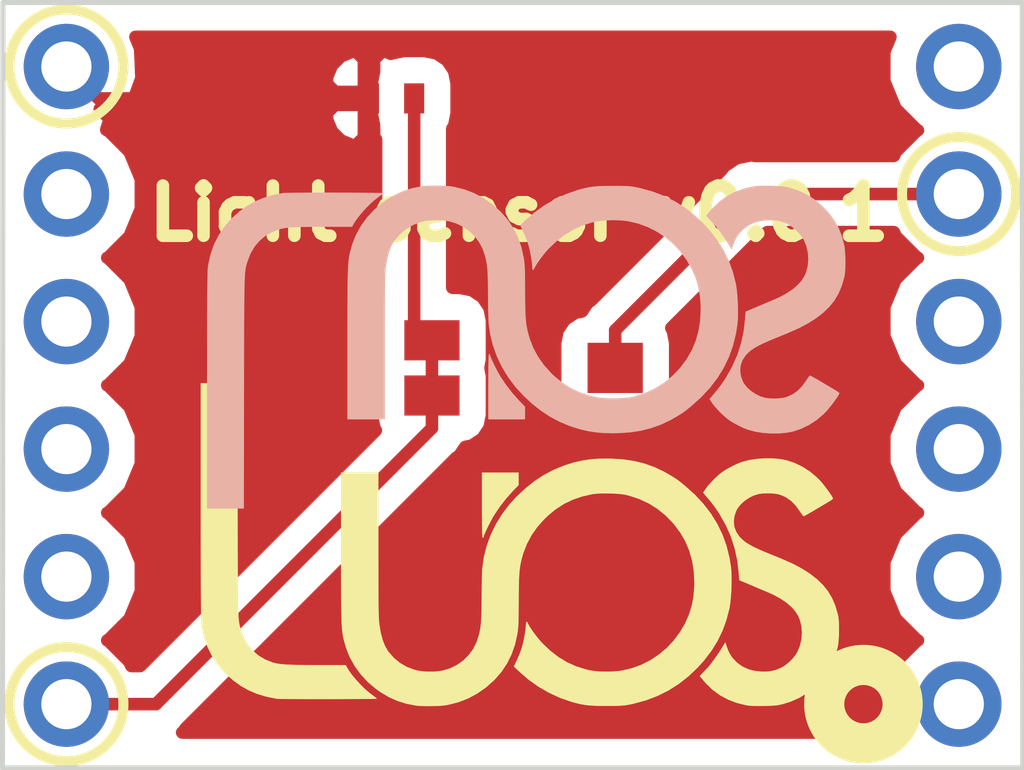
<source format=kicad_pcb>
(kicad_pcb (version 20171130) (host pcbnew "(5.0.1-3-g963ef8bb5)")

  (general
    (thickness 1.6)
    (drawings 5)
    (tracks 12)
    (zones 0)
    (modules 5)
    (nets 13)
  )

  (page A4)
  (layers
    (0 F.Cu signal)
    (31 B.Cu signal)
    (32 B.Adhes user)
    (33 F.Adhes user)
    (34 B.Paste user)
    (35 F.Paste user)
    (36 B.SilkS user)
    (37 F.SilkS user)
    (38 B.Mask user)
    (39 F.Mask user)
    (40 Dwgs.User user)
    (41 Cmts.User user)
    (42 Eco1.User user)
    (43 Eco2.User user)
    (44 Edge.Cuts user)
    (45 Margin user)
    (46 B.CrtYd user)
    (47 F.CrtYd user)
    (48 B.Fab user)
    (49 F.Fab user)
  )

  (setup
    (last_trace_width 0.25)
    (trace_clearance 0.2)
    (zone_clearance 0.508)
    (zone_45_only no)
    (trace_min 0.2)
    (segment_width 0.2)
    (edge_width 0.15)
    (via_size 0.8)
    (via_drill 0.4)
    (via_min_size 0.4)
    (via_min_drill 0.3)
    (uvia_size 0.3)
    (uvia_drill 0.1)
    (uvias_allowed no)
    (uvia_min_size 0.2)
    (uvia_min_drill 0.1)
    (pcb_text_width 0.3)
    (pcb_text_size 1.5 1.5)
    (mod_edge_width 0.15)
    (mod_text_size 1 1)
    (mod_text_width 0.15)
    (pad_size 1.524 1.524)
    (pad_drill 0.762)
    (pad_to_mask_clearance 0.2)
    (solder_mask_min_width 0.25)
    (aux_axis_origin 0 0)
    (grid_origin 127.242501 95.505001)
    (visible_elements 7FFFFF7F)
    (pcbplotparams
      (layerselection 0x010fc_ffffffff)
      (usegerberextensions false)
      (usegerberattributes false)
      (usegerberadvancedattributes false)
      (creategerberjobfile false)
      (excludeedgelayer true)
      (linewidth 0.100000)
      (plotframeref false)
      (viasonmask false)
      (mode 1)
      (useauxorigin false)
      (hpglpennumber 1)
      (hpglpenspeed 20)
      (hpglpendiameter 15.000000)
      (psnegative false)
      (psa4output false)
      (plotreference true)
      (plotvalue true)
      (plotinvisibletext false)
      (padsonsilk false)
      (subtractmaskfromsilk false)
      (outputformat 1)
      (mirror false)
      (drillshape 1)
      (scaleselection 1)
      (outputdirectory ""))
  )

  (net 0 "")
  (net 1 "Net-(J1-Pad10)")
  (net 2 "Net-(J1-Pad8)")
  (net 3 "Net-(J1-Pad12)")
  (net 4 "Net-(J1-Pad11)")
  (net 5 "Net-(J1-Pad9)")
  (net 6 "Net-(J1-Pad1)")
  (net 7 "Net-(J1-Pad6)")
  (net 8 "Net-(J1-Pad5)")
  (net 9 "Net-(J1-Pad2)")
  (net 10 "Net-(J1-Pad3)")
  (net 11 "Net-(J1-Pad4)")
  (net 12 GND)

  (net_class Default "Ceci est la Netclass par défaut."
    (clearance 0.2)
    (trace_width 0.25)
    (via_dia 0.8)
    (via_drill 0.4)
    (uvia_dia 0.3)
    (uvia_drill 0.1)
    (add_net GND)
    (add_net "Net-(J1-Pad1)")
    (add_net "Net-(J1-Pad10)")
    (add_net "Net-(J1-Pad11)")
    (add_net "Net-(J1-Pad12)")
    (add_net "Net-(J1-Pad2)")
    (add_net "Net-(J1-Pad3)")
    (add_net "Net-(J1-Pad4)")
    (add_net "Net-(J1-Pad5)")
    (add_net "Net-(J1-Pad6)")
    (add_net "Net-(J1-Pad8)")
    (add_net "Net-(J1-Pad9)")
  )

  (module Common_Footprint:R_0402_NoSilk (layer F.Cu) (tedit 5E8B6747) (tstamp 5BE9607B)
    (at 133.719501 83.440001 180)
    (descr "Resistor SMD 0402, reflow soldering, Vishay (see dcrcw.pdf)")
    (tags "resistor 0402")
    (path /5BE99AF7)
    (attr smd)
    (fp_text reference R1 (at 0 0 180) (layer F.Fab)
      (effects (font (size 0.25 0.25) (thickness 0.0625)))
    )
    (fp_text value 1K (at 0 1.25 180) (layer F.Fab) hide
      (effects (font (size 1 1) (thickness 0.15)))
    )
    (fp_line (start 0.8 0.45) (end -0.8 0.45) (layer F.CrtYd) (width 0.05))
    (fp_line (start 0.8 0.45) (end 0.8 -0.45) (layer F.CrtYd) (width 0.05))
    (fp_line (start -0.8 -0.45) (end -0.8 0.45) (layer F.CrtYd) (width 0.05))
    (fp_line (start -0.8 -0.45) (end 0.8 -0.45) (layer F.CrtYd) (width 0.05))
    (fp_line (start -0.5 -0.25) (end 0.5 -0.25) (layer F.Fab) (width 0.1))
    (fp_line (start 0.5 -0.25) (end 0.5 0.25) (layer F.Fab) (width 0.1))
    (fp_line (start 0.5 0.25) (end -0.5 0.25) (layer F.Fab) (width 0.1))
    (fp_line (start -0.5 0.25) (end -0.5 -0.25) (layer F.Fab) (width 0.1))
    (pad 2 smd rect (at 0.45 0 180) (size 0.4 0.6) (layers F.Cu F.Paste F.Mask)
      (net 12 GND))
    (pad 1 smd rect (at -0.45 0 180) (size 0.4 0.6) (layers F.Cu F.Paste F.Mask)
      (net 3 "Net-(J1-Pad12)"))
    (model "${KISYS3DMOD}/0402 SMD Resistor.step"
      (at (xyz 0 0 0))
      (scale (xyz 1 1 1))
      (rotate (xyz 0 0 90))
    )
  )

  (module Common_Footprint:TEMT6000 (layer F.Cu) (tedit 5BE95608) (tstamp 5BE9606D)
    (at 136.348501 88.808002)
    (path /5BE998F1)
    (fp_text reference Q1 (at 0.02 0.03) (layer F.Fab)
      (effects (font (size 0.7 0.7) (thickness 0.15)))
    )
    (fp_text value Q_Photo_NPN (at 0.292 1.743999) (layer F.Fab) hide
      (effects (font (size 1 1) (thickness 0.15)))
    )
    (fp_line (start -2 1) (end -2 -1) (layer F.Fab) (width 0.1))
    (fp_line (start 2 1) (end -2 1) (layer F.Fab) (width 0.1))
    (fp_line (start 2 -1) (end 2 1) (layer F.Fab) (width 0.1))
    (fp_line (start -2 -1) (end 2 -1) (layer F.Fab) (width 0.1))
    (fp_line (start -2 1) (end -2 -1) (layer F.CrtYd) (width 0.1))
    (fp_line (start 2 1) (end -2 1) (layer F.CrtYd) (width 0.1))
    (fp_line (start 2 -1) (end 2 1) (layer F.CrtYd) (width 0.1))
    (fp_line (start -2 -1) (end 2 -1) (layer F.CrtYd) (width 0.1))
    (pad 2 smd rect (at -1.825 0.55) (size 1.1 0.8) (layers F.Cu F.Paste F.Mask)
      (net 3 "Net-(J1-Pad12)"))
    (pad 2 smd rect (at -1.825 -0.55) (size 1.1 0.8) (layers F.Cu F.Paste F.Mask)
      (net 3 "Net-(J1-Pad12)"))
    (pad 1 smd rect (at 1.825 0) (size 1.1 1) (layers F.Cu F.Paste F.Mask)
      (net 8 "Net-(J1-Pad5)"))
    (model ${KISYS3DMOD}/temt6000.STEP
      (offset (xyz 0 0 0.15))
      (scale (xyz 1 1 1))
      (rotate (xyz -90 0 0))
    )
  )

  (module Common_Footprint:l0_Shield_Socket (layer F.Cu) (tedit 5C657850) (tstamp 5AB40542)
    (at 136.130001 89.155001)
    (path /5A859A26)
    (fp_text reference J1 (at 0.1295 -0.254) (layer F.SilkS) hide
      (effects (font (size 1 1) (thickness 0.15)))
    )
    (fp_text value l0_Socket (at 0 -0.5) (layer F.Fab) hide
      (effects (font (size 1 1) (thickness 0.15)))
    )
    (fp_line (start -10.15 -7.625) (end -10.16 7.62) (layer Edge.Cuts) (width 0.1))
    (fp_line (start -10.15 -7.625) (end 10.15 -7.625) (layer Edge.Cuts) (width 0.1))
    (fp_line (start -10.16 7.62) (end 10.16 7.62) (layer Edge.Cuts) (width 0.1))
    (fp_line (start 10.15 -7.625) (end 10.16 7.62) (layer Edge.Cuts) (width 0.1))
    (pad 5 thru_hole circle (at 8.8875 -3.81 270) (size 1.7 1.7) (drill 1) (layers *.Cu *.Mask)
      (net 8 "Net-(J1-Pad5)"))
    (pad 6 thru_hole circle (at 8.8875 -6.35 270) (size 1.7 1.7) (drill 1) (layers *.Cu *.Mask)
      (net 7 "Net-(J1-Pad6)"))
    (pad 2 thru_hole circle (at 8.8875 3.81 270) (size 1.7 1.7) (drill 1) (layers *.Cu *.Mask)
      (net 9 "Net-(J1-Pad2)"))
    (pad 4 thru_hole circle (at 8.8875 -1.27 270) (size 1.7 1.7) (drill 1) (layers *.Cu *.Mask)
      (net 11 "Net-(J1-Pad4)"))
    (pad 1 thru_hole circle (at 8.8875 6.35 270) (size 1.7 1.7) (drill 1) (layers *.Cu *.Mask)
      (net 6 "Net-(J1-Pad1)"))
    (pad 7 thru_hole circle (at -8.8875 -6.35 270) (size 1.7 1.7) (drill 1) (layers *.Cu *.Mask)
      (net 12 GND))
    (pad 11 thru_hole circle (at -8.8875 3.81 270) (size 1.7 1.7) (drill 1) (layers *.Cu *.Mask)
      (net 4 "Net-(J1-Pad11)"))
    (pad 9 thru_hole circle (at -8.8875 -1.27 270) (size 1.7 1.7) (drill 1) (layers *.Cu *.Mask)
      (net 5 "Net-(J1-Pad9)"))
    (pad 3 thru_hole circle (at 8.8875 1.27 270) (size 1.7 1.7) (drill 1) (layers *.Cu *.Mask)
      (net 10 "Net-(J1-Pad3)"))
    (pad 10 thru_hole circle (at -8.8875 1.27 270) (size 1.7 1.7) (drill 1) (layers *.Cu *.Mask)
      (net 1 "Net-(J1-Pad10)"))
    (pad 12 thru_hole circle (at -8.8875 6.35 270) (size 1.7 1.7) (drill 1) (layers *.Cu *.Mask)
      (net 3 "Net-(J1-Pad12)"))
    (pad 8 thru_hole circle (at -8.8875 -3.81 270) (size 1.7 1.7) (drill 1) (layers *.Cu *.Mask)
      (net 2 "Net-(J1-Pad8)"))
  )

  (module Common_Footprint:Luos_logo (layer F.Cu) (tedit 5B9B947A) (tstamp 5BE966BE)
    (at 136.640501 92.330001)
    (fp_text reference "" (at 0 0) (layer F.SilkS) hide
      (effects (font (size 1.524 1.524) (thickness 0.3)))
    )
    (fp_text value "" (at 0.75 0) (layer F.SilkS) hide
      (effects (font (size 1.524 1.524) (thickness 0.3)))
    )
    (fp_poly (pts (xy -0.3937 -1.190556) (xy -0.515682 -1.063469) (xy -0.646801 -0.916102) (xy -0.770563 -0.756235)
      (xy -0.87912 -0.59407) (xy -0.888375 -0.578885) (xy -0.921354 -0.521666) (xy -0.957124 -0.455255)
      (xy -0.993092 -0.384963) (xy -1.02666 -0.316101) (xy -1.055232 -0.253981) (xy -1.076213 -0.203913)
      (xy -1.086417 -0.173716) (xy -1.093033 -0.150862) (xy -1.098683 -0.139971) (xy -1.103436 -0.142406)
      (xy -1.107363 -0.159532) (xy -1.110533 -0.192712) (xy -1.113017 -0.24331) (xy -1.114885 -0.31269)
      (xy -1.116207 -0.402215) (xy -1.117053 -0.51325) (xy -1.117493 -0.647157) (xy -1.1176 -0.780301)
      (xy -1.1176 -1.4351) (xy -0.3937 -1.4351) (xy -0.3937 -1.190556)) (layer F.SilkS) (width 0.01))
    (fp_poly (pts (xy -5.991204 -0.904876) (xy -5.990731 -0.615337) (xy -5.9903 -0.350043) (xy -5.989877 -0.107834)
      (xy -5.989431 0.112445) (xy -5.988928 0.311951) (xy -5.988338 0.491841) (xy -5.987626 0.653272)
      (xy -5.986761 0.7974) (xy -5.985711 0.925383) (xy -5.984442 1.038377) (xy -5.982922 1.137538)
      (xy -5.98112 1.224025) (xy -5.979002 1.298992) (xy -5.976535 1.363598) (xy -5.973689 1.418998)
      (xy -5.97043 1.466351) (xy -5.966725 1.506811) (xy -5.962543 1.541537) (xy -5.95785 1.571685)
      (xy -5.952615 1.598412) (xy -5.946805 1.622874) (xy -5.940387 1.646229) (xy -5.93333 1.669632)
      (xy -5.9256 1.694242) (xy -5.917597 1.719815) (xy -5.859637 1.867488) (xy -5.782368 1.999008)
      (xy -5.686658 2.113504) (xy -5.573373 2.210104) (xy -5.44338 2.287936) (xy -5.297547 2.34613)
      (xy -5.293005 2.347542) (xy -5.249811 2.359463) (xy -5.202224 2.369539) (xy -5.147894 2.377909)
      (xy -5.084469 2.384711) (xy -5.0096 2.390081) (xy -4.920934 2.394159) (xy -4.816123 2.397082)
      (xy -4.692815 2.398988) (xy -4.548659 2.400014) (xy -4.393181 2.4003) (xy -3.836053 2.4003)
      (xy -3.81589 2.43929) (xy -3.772216 2.511725) (xy -3.712167 2.594145) (xy -3.640042 2.68178)
      (xy -3.560141 2.769859) (xy -3.476761 2.853612) (xy -3.394203 2.928267) (xy -3.3274 2.981364)
      (xy -3.284256 3.013269) (xy -3.248433 3.040174) (xy -3.225235 3.058079) (xy -3.220085 3.062352)
      (xy -3.23077 3.063788) (xy -3.264532 3.065114) (xy -3.319047 3.066327) (xy -3.391992 3.067424)
      (xy -3.481045 3.068401) (xy -3.583882 3.069257) (xy -3.69818 3.069988) (xy -3.821615 3.070591)
      (xy -3.951866 3.071063) (xy -4.086608 3.071402) (xy -4.223518 3.071604) (xy -4.360274 3.071666)
      (xy -4.494551 3.071586) (xy -4.624028 3.071361) (xy -4.746381 3.070988) (xy -4.859287 3.070463)
      (xy -4.960422 3.069784) (xy -5.047464 3.068949) (xy -5.118089 3.067953) (xy -5.169974 3.066794)
      (xy -5.200797 3.06547) (xy -5.207 3.064848) (xy -5.41071 3.023882) (xy -5.59588 2.96851)
      (xy -5.765992 2.89699) (xy -5.924524 2.80758) (xy -6.074956 2.698539) (xy -6.220767 2.568125)
      (xy -6.24269 2.546376) (xy -6.375093 2.395596) (xy -6.486748 2.230445) (xy -6.577229 2.051785)
      (xy -6.646111 1.860483) (xy -6.692969 1.657401) (xy -6.699093 1.61925) (xy -6.701461 1.600838)
      (xy -6.703629 1.577792) (xy -6.705606 1.549016) (xy -6.707402 1.513413) (xy -6.709023 1.469887)
      (xy -6.710479 1.41734) (xy -6.711777 1.354677) (xy -6.712928 1.280801) (xy -6.713938 1.194615)
      (xy -6.714817 1.095023) (xy -6.715572 0.980928) (xy -6.716213 0.851234) (xy -6.716747 0.704844)
      (xy -6.717184 0.540662) (xy -6.717532 0.35759) (xy -6.717799 0.154533) (xy -6.717993 -0.069606)
      (xy -6.718123 -0.315924) (xy -6.718198 -0.585517) (xy -6.718226 -0.860425) (xy -6.7183 -3.2131)
      (xy -6.356679 -3.213101) (xy -5.995058 -3.213101) (xy -5.991204 -0.904876)) (layer F.SilkS) (width 0.01))
    (fp_poly (pts (xy 4.671245 -1.716286) (xy 4.823697 -1.701936) (xy 4.955046 -1.675878) (xy 5.112537 -1.622409)
      (xy 5.266868 -1.546597) (xy 5.413163 -1.451438) (xy 5.546547 -1.339932) (xy 5.615056 -1.270067)
      (xy 5.653045 -1.226104) (xy 5.695097 -1.17391) (xy 5.738239 -1.117611) (xy 5.7795 -1.061334)
      (xy 5.815906 -1.009204) (xy 5.844485 -0.965348) (xy 5.862265 -0.93389) (xy 5.866726 -0.92075)
      (xy 5.856588 -0.908041) (xy 5.830301 -0.88788) (xy 5.800364 -0.868778) (xy 5.768377 -0.849826)
      (xy 5.719293 -0.820733) (xy 5.657863 -0.784315) (xy 5.588838 -0.74339) (xy 5.516969 -0.700773)
      (xy 5.516514 -0.700503) (xy 5.449397 -0.661045) (xy 5.389467 -0.626462) (xy 5.34023 -0.598725)
      (xy 5.305191 -0.579804) (xy 5.287857 -0.571669) (xy 5.286956 -0.5715) (xy 5.275309 -0.581556)
      (xy 5.254145 -0.608503) (xy 5.227112 -0.647511) (xy 5.212601 -0.669925) (xy 5.128756 -0.785387)
      (xy 5.037832 -0.877313) (xy 4.938221 -0.94697) (xy 4.828315 -0.995625) (xy 4.782056 -1.009248)
      (xy 4.720744 -1.020019) (xy 4.643528 -1.026383) (xy 4.559545 -1.028212) (xy 4.477928 -1.025377)
      (xy 4.407812 -1.017748) (xy 4.39165 -1.014769) (xy 4.294386 -0.984959) (xy 4.198458 -0.937921)
      (xy 4.109059 -0.877498) (xy 4.031379 -0.807536) (xy 3.970613 -0.731879) (xy 3.943231 -0.682759)
      (xy 3.904798 -0.572381) (xy 3.891098 -0.464412) (xy 3.901941 -0.360296) (xy 3.937136 -0.261481)
      (xy 3.996492 -0.169411) (xy 4.013614 -0.149261) (xy 4.0612 -0.101257) (xy 4.117082 -0.055759)
      (xy 4.184113 -0.011126) (xy 4.265145 0.034282) (xy 4.36303 0.082106) (xy 4.480622 0.133987)
      (xy 4.572 0.171893) (xy 4.641943 0.200358) (xy 4.723397 0.233525) (xy 4.804352 0.266504)
      (xy 4.8514 0.285678) (xy 5.058641 0.37737) (xy 5.242493 0.47413) (xy 5.40463 0.576927)
      (xy 5.546731 0.686731) (xy 5.5499 0.689451) (xy 5.669809 0.805263) (xy 5.769304 0.929722)
      (xy 5.850242 1.06604) (xy 5.914485 1.217429) (xy 5.96389 1.387102) (xy 5.970518 1.41605)
      (xy 5.978953 1.472427) (xy 5.984471 1.547731) (xy 5.987133 1.635662) (xy 5.986999 1.729922)
      (xy 5.984132 1.824212) (xy 5.978593 1.912233) (xy 5.970442 1.987686) (xy 5.964624 2.022791)
      (xy 5.919574 2.200074) (xy 5.856386 2.362985) (xy 5.773341 2.514572) (xy 5.668717 2.657879)
      (xy 5.540795 2.795955) (xy 5.513308 2.822232) (xy 5.366675 2.942665) (xy 5.205829 3.04208)
      (xy 5.030995 3.120354) (xy 4.87045 3.170456) (xy 4.821158 3.182294) (xy 4.775533 3.191103)
      (xy 4.728014 3.197433) (xy 4.673038 3.201834) (xy 4.605042 3.204855) (xy 4.518463 3.207047)
      (xy 4.4958 3.207483) (xy 4.374712 3.208484) (xy 4.276921 3.206505) (xy 4.200488 3.201477)
      (xy 4.1529 3.19512) (xy 3.961898 3.149359) (xy 3.784933 3.082602) (xy 3.622294 2.995015)
      (xy 3.474274 2.886765) (xy 3.341162 2.758018) (xy 3.295373 2.704761) (xy 3.222545 2.615744)
      (xy 3.290532 2.542947) (xy 3.323603 2.507737) (xy 3.349936 2.480074) (xy 3.364774 2.464945)
      (xy 3.366017 2.4638) (xy 3.387812 2.440998) (xy 3.420322 2.401568) (xy 3.460207 2.350036)
      (xy 3.504129 2.290933) (xy 3.548749 2.228786) (xy 3.590728 2.168123) (xy 3.626726 2.113474)
      (xy 3.639894 2.092362) (xy 3.725227 1.952354) (xy 3.75273 2.033452) (xy 3.781857 2.111479)
      (xy 3.812366 2.174302) (xy 3.849427 2.231833) (xy 3.871308 2.260793) (xy 3.960967 2.354901)
      (xy 4.06643 2.429646) (xy 4.186401 2.484449) (xy 4.319587 2.518728) (xy 4.46469 2.531905)
      (xy 4.47675 2.53203) (xy 4.577046 2.528831) (xy 4.662982 2.516761) (xy 4.744699 2.493642)
      (xy 4.83234 2.457297) (xy 4.8387 2.454323) (xy 4.916205 2.408484) (xy 4.995414 2.345336)
      (xy 5.069483 2.27149) (xy 5.131564 2.193554) (xy 5.164305 2.13995) (xy 5.215916 2.01593)
      (xy 5.246664 1.884104) (xy 5.25641 1.749164) (xy 5.245016 1.615804) (xy 5.212344 1.488718)
      (xy 5.185386 1.423471) (xy 5.128301 1.329959) (xy 5.048062 1.238544) (xy 4.946916 1.15103)
      (xy 4.827108 1.069219) (xy 4.690883 0.994913) (xy 4.600564 0.953991) (xy 4.548193 0.931922)
      (xy 4.478864 0.902663) (xy 4.399004 0.868928) (xy 4.315044 0.833434) (xy 4.2418 0.802446)
      (xy 4.00685 0.703005) (xy 3.997749 0.567599) (xy 3.968789 0.31509) (xy 3.916301 0.071787)
      (xy 3.839976 -0.163226) (xy 3.739505 -0.390869) (xy 3.614579 -0.612057) (xy 3.583482 -0.6604)
      (xy 3.541028 -0.722616) (xy 3.494462 -0.78711) (xy 3.4501 -0.845309) (xy 3.421112 -0.880793)
      (xy 3.383678 -0.924588) (xy 3.349153 -0.965248) (xy 3.323388 -0.995874) (xy 3.317731 -1.002693)
      (xy 3.289013 -1.037551) (xy 3.33985 -1.112501) (xy 3.38862 -1.176502) (xy 3.452109 -1.24829)
      (xy 3.524011 -1.321402) (xy 3.598018 -1.389377) (xy 3.6576 -1.438084) (xy 3.71524 -1.47724)
      (xy 3.789037 -1.520521) (xy 3.871104 -1.563852) (xy 3.953558 -1.603159) (xy 4.028514 -1.634369)
      (xy 4.056994 -1.644455) (xy 4.197005 -1.6813) (xy 4.350791 -1.70572) (xy 4.51124 -1.717465)
      (xy 4.671245 -1.716286)) (layer F.SilkS) (width 0.01))
    (fp_poly (pts (xy 1.459355 -1.710961) (xy 1.693227 -1.695943) (xy 1.91159 -1.663242) (xy 2.118146 -1.611787)
      (xy 2.3166 -1.540508) (xy 2.510655 -1.448334) (xy 2.654424 -1.365535) (xy 2.706714 -1.332845)
      (xy 2.749014 -1.305101) (xy 2.787654 -1.27769) (xy 2.828963 -1.245999) (xy 2.879273 -1.205418)
      (xy 2.918909 -1.172821) (xy 3.115553 -0.996369) (xy 3.288496 -0.811037) (xy 3.438005 -0.616352)
      (xy 3.564346 -0.411844) (xy 3.667788 -0.19704) (xy 3.748595 0.028532) (xy 3.807036 0.265343)
      (xy 3.836164 0.449105) (xy 3.844282 0.544875) (xy 3.84792 0.658059) (xy 3.847346 0.781856)
      (xy 3.842829 0.909462) (xy 3.834637 1.034076) (xy 3.823038 1.148893) (xy 3.8083 1.247113)
      (xy 3.803797 1.27) (xy 3.745137 1.497981) (xy 3.667018 1.712584) (xy 3.568212 1.916106)
      (xy 3.447492 2.110844) (xy 3.303632 2.299095) (xy 3.18103 2.43613) (xy 2.996877 2.612792)
      (xy 2.801743 2.766727) (xy 2.594892 2.898339) (xy 2.375587 3.008033) (xy 2.143091 3.096212)
      (xy 1.896667 3.163281) (xy 1.8288 3.177594) (xy 1.77976 3.186821) (xy 1.734336 3.193886)
      (xy 1.687988 3.19907) (xy 1.636179 3.202654) (xy 1.574371 3.204918) (xy 1.498024 3.206143)
      (xy 1.402602 3.206608) (xy 1.3589 3.206645) (xy 1.232376 3.205922) (xy 1.126097 3.20332)
      (xy 1.034937 3.198233) (xy 0.953775 3.190059) (xy 0.877485 3.178194) (xy 0.800943 3.162034)
      (xy 0.719027 3.140976) (xy 0.6604 3.124354) (xy 0.432995 3.045385) (xy 0.211401 2.943189)
      (xy -0.000798 2.81984) (xy -0.200021 2.677414) (xy -0.376718 2.523727) (xy -0.480385 2.424326)
      (xy -0.418808 2.294838) (xy -0.38779 2.224612) (xy -0.356347 2.145106) (xy -0.329412 2.069105)
      (xy -0.319462 2.037379) (xy -0.299725 1.962645) (xy -0.281014 1.877636) (xy -0.264578 1.789552)
      (xy -0.251667 1.705595) (xy -0.243531 1.632966) (xy -0.2413 1.587115) (xy -0.238463 1.550531)
      (xy -0.230242 1.538528) (xy -0.217072 1.55128) (xy -0.206065 1.572926) (xy -0.178105 1.625781)
      (xy -0.136427 1.691378) (xy -0.085027 1.764252) (xy -0.027901 1.838943) (xy 0.030955 1.909986)
      (xy 0.080187 1.964292) (xy 0.23843 2.115007) (xy 0.402531 2.241637) (xy 0.574179 2.345153)
      (xy 0.755066 2.426525) (xy 0.946883 2.486725) (xy 1.019382 2.503494) (xy 1.119425 2.519198)
      (xy 1.235972 2.528706) (xy 1.360873 2.531936) (xy 1.485978 2.528805) (xy 1.603137 2.51923)
      (xy 1.667724 2.510103) (xy 1.865892 2.463702) (xy 2.056143 2.39401) (xy 2.236687 2.302387)
      (xy 2.405736 2.190193) (xy 2.561498 2.058786) (xy 2.702183 1.909527) (xy 2.826002 1.743775)
      (xy 2.931164 1.56289) (xy 2.941063 1.54305) (xy 3.011761 1.378189) (xy 3.063128 1.209059)
      (xy 3.096142 1.031168) (xy 3.111776 0.840021) (xy 3.113402 0.7493) (xy 3.102328 0.528183)
      (xy 3.06888 0.318929) (xy 3.012884 0.121056) (xy 2.934165 -0.065916) (xy 2.832551 -0.242466)
      (xy 2.707865 -0.409076) (xy 2.682868 -0.43815) (xy 2.533048 -0.590665) (xy 2.37041 -0.721263)
      (xy 2.194765 -0.830058) (xy 2.005925 -0.917162) (xy 1.8037 -0.982686) (xy 1.7399 -0.998265)
      (xy 1.676007 -1.008925) (xy 1.59327 -1.017113) (xy 1.498134 -1.022704) (xy 1.397045 -1.025577)
      (xy 1.296449 -1.025609) (xy 1.202793 -1.022676) (xy 1.122522 -1.016656) (xy 1.0795 -1.010845)
      (xy 0.874847 -0.965058) (xy 0.686026 -0.900411) (xy 0.510507 -0.815596) (xy 0.345762 -0.709308)
      (xy 0.189266 -0.58024) (xy 0.122819 -0.516349) (xy -0.017876 -0.359072) (xy -0.135068 -0.192933)
      (xy -0.229516 -0.016593) (xy -0.301977 0.17129) (xy -0.336714 0.296328) (xy -0.349574 0.35302)
      (xy -0.360283 0.408156) (xy -0.369044 0.464765) (xy -0.376055 0.525877) (xy -0.381517 0.594522)
      (xy -0.385632 0.673729) (xy -0.3886 0.766529) (xy -0.390621 0.875951) (xy -0.391897 1.005025)
      (xy -0.392571 1.139879) (xy -0.393157 1.268919) (xy -0.394027 1.37583) (xy -0.395324 1.463879)
      (xy -0.397188 1.536338) (xy -0.399761 1.596474) (xy -0.403185 1.647559) (xy -0.4076 1.692861)
      (xy -0.413148 1.735651) (xy -0.419971 1.779196) (xy -0.420311 1.781229) (xy -0.466673 1.988444)
      (xy -0.534016 2.181417) (xy -0.62248 2.360426) (xy -0.732206 2.52575) (xy -0.863335 2.677666)
      (xy -0.883334 2.697806) (xy -1.045524 2.84174) (xy -1.217976 2.962446) (xy -1.400777 3.059969)
      (xy -1.594014 3.134354) (xy -1.797775 3.185645) (xy -1.847472 3.194397) (xy -1.910536 3.201766)
      (xy -1.991856 3.207092) (xy -2.084461 3.210318) (xy -2.18138 3.211385) (xy -2.275643 3.210238)
      (xy -2.36028 3.206818) (xy -2.42832 3.201069) (xy -2.441749 3.199286) (xy -2.63265 3.161496)
      (xy -2.810621 3.105104) (xy -2.980084 3.028243) (xy -3.145458 2.929046) (xy -3.237736 2.863189)
      (xy -3.395924 2.728585) (xy -3.535094 2.577978) (xy -3.654219 2.412973) (xy -3.752276 2.235176)
      (xy -3.82824 2.046191) (xy -3.878649 1.859472) (xy -3.885384 1.825455) (xy -3.891429 1.790185)
      (xy -3.89682 1.752183) (xy -3.901595 1.709972) (xy -3.90579 1.662074) (xy -3.909441 1.607009)
      (xy -3.912586 1.543302) (xy -3.915262 1.469472) (xy -3.917504 1.384043) (xy -3.919349 1.285536)
      (xy -3.920835 1.172473) (xy -3.921998 1.043376) (xy -3.922874 0.896767) (xy -3.923501 0.731168)
      (xy -3.923914 0.5451) (xy -3.924152 0.337087) (xy -3.924249 0.105649) (xy -3.924257 0.022225)
      (xy -3.9243 -1.4351) (xy -3.1877 -1.4351) (xy -3.1877 -0.001166) (xy -3.187663 0.22546)
      (xy -3.187539 0.428192) (xy -3.187308 0.608534) (xy -3.186952 0.767993) (xy -3.18645 0.908073)
      (xy -3.185785 1.03028) (xy -3.184936 1.136119) (xy -3.183885 1.227096) (xy -3.182612 1.304716)
      (xy -3.181098 1.370484) (xy -3.179324 1.425905) (xy -3.177271 1.472486) (xy -3.174919 1.511731)
      (xy -3.17225 1.545146) (xy -3.169243 1.574236) (xy -3.167402 1.589221) (xy -3.13994 1.753134)
      (xy -3.102783 1.89476) (xy -3.055465 2.015477) (xy -2.99752 2.116663) (xy -2.98065 2.13995)
      (xy -2.87434 2.259887) (xy -2.753964 2.358678) (xy -2.619678 2.436225) (xy -2.471635 2.492426)
      (xy -2.40665 2.509355) (xy -2.314473 2.524241) (xy -2.207643 2.531605) (xy -2.095769 2.531447)
      (xy -1.988456 2.523767) (xy -1.89865 2.50932) (xy -1.751192 2.463929) (xy -1.615432 2.396989)
      (xy -1.493303 2.310374) (xy -1.386734 2.205955) (xy -1.297654 2.085604) (xy -1.227996 1.951195)
      (xy -1.182092 1.814264) (xy -1.168102 1.756605) (xy -1.156582 1.701925) (xy -1.147276 1.646893)
      (xy -1.139925 1.588178) (xy -1.134273 1.522448) (xy -1.130063 1.446371) (xy -1.127038 1.356618)
      (xy -1.124941 1.249856) (xy -1.123515 1.122753) (xy -1.122955 1.04775) (xy -1.122004 0.936002)
      (xy -1.120685 0.828074) (xy -1.119071 0.727627) (xy -1.117237 0.638322) (xy -1.115257 0.563817)
      (xy -1.113205 0.507774) (xy -1.111367 0.47625) (xy -1.079852 0.249897) (xy -1.023919 0.026659)
      (xy -0.944525 -0.19146) (xy -0.842628 -0.402458) (xy -0.719186 -0.604329) (xy -0.575155 -0.795071)
      (xy -0.425837 -0.958449) (xy -0.249782 -1.12267) (xy -0.072568 -1.26358) (xy 0.10894 -1.383191)
      (xy 0.29788 -1.483515) (xy 0.497388 -1.566562) (xy 0.55245 -1.585937) (xy 0.710683 -1.634545)
      (xy 0.864455 -1.670642) (xy 1.020059 -1.695096) (xy 1.183794 -1.708774) (xy 1.361953 -1.712545)
      (xy 1.459355 -1.710961)) (layer F.SilkS) (width 0.01))
  )

  (module Common_Footprint:Luos_logo (layer B.Cu) (tedit 5B9B947A) (tstamp 5BE966CD)
    (at 136.767501 88.393001)
    (fp_text reference "" (at 0 0) (layer B.SilkS) hide
      (effects (font (size 1.524 1.524) (thickness 0.3)) (justify mirror))
    )
    (fp_text value "" (at 0.75 0) (layer B.SilkS) hide
      (effects (font (size 1.524 1.524) (thickness 0.3)) (justify mirror))
    )
    (fp_poly (pts (xy -0.3937 1.190556) (xy -0.515682 1.063469) (xy -0.646801 0.916102) (xy -0.770563 0.756235)
      (xy -0.87912 0.59407) (xy -0.888375 0.578885) (xy -0.921354 0.521666) (xy -0.957124 0.455255)
      (xy -0.993092 0.384963) (xy -1.02666 0.316101) (xy -1.055232 0.253981) (xy -1.076213 0.203913)
      (xy -1.086417 0.173716) (xy -1.093033 0.150862) (xy -1.098683 0.139971) (xy -1.103436 0.142406)
      (xy -1.107363 0.159532) (xy -1.110533 0.192712) (xy -1.113017 0.24331) (xy -1.114885 0.31269)
      (xy -1.116207 0.402215) (xy -1.117053 0.51325) (xy -1.117493 0.647157) (xy -1.1176 0.780301)
      (xy -1.1176 1.4351) (xy -0.3937 1.4351) (xy -0.3937 1.190556)) (layer B.SilkS) (width 0.01))
    (fp_poly (pts (xy -5.991204 0.904876) (xy -5.990731 0.615337) (xy -5.9903 0.350043) (xy -5.989877 0.107834)
      (xy -5.989431 -0.112445) (xy -5.988928 -0.311951) (xy -5.988338 -0.491841) (xy -5.987626 -0.653272)
      (xy -5.986761 -0.7974) (xy -5.985711 -0.925383) (xy -5.984442 -1.038377) (xy -5.982922 -1.137538)
      (xy -5.98112 -1.224025) (xy -5.979002 -1.298992) (xy -5.976535 -1.363598) (xy -5.973689 -1.418998)
      (xy -5.97043 -1.466351) (xy -5.966725 -1.506811) (xy -5.962543 -1.541537) (xy -5.95785 -1.571685)
      (xy -5.952615 -1.598412) (xy -5.946805 -1.622874) (xy -5.940387 -1.646229) (xy -5.93333 -1.669632)
      (xy -5.9256 -1.694242) (xy -5.917597 -1.719815) (xy -5.859637 -1.867488) (xy -5.782368 -1.999008)
      (xy -5.686658 -2.113504) (xy -5.573373 -2.210104) (xy -5.44338 -2.287936) (xy -5.297547 -2.34613)
      (xy -5.293005 -2.347542) (xy -5.249811 -2.359463) (xy -5.202224 -2.369539) (xy -5.147894 -2.377909)
      (xy -5.084469 -2.384711) (xy -5.0096 -2.390081) (xy -4.920934 -2.394159) (xy -4.816123 -2.397082)
      (xy -4.692815 -2.398988) (xy -4.548659 -2.400014) (xy -4.393181 -2.4003) (xy -3.836053 -2.4003)
      (xy -3.81589 -2.43929) (xy -3.772216 -2.511725) (xy -3.712167 -2.594145) (xy -3.640042 -2.68178)
      (xy -3.560141 -2.769859) (xy -3.476761 -2.853612) (xy -3.394203 -2.928267) (xy -3.3274 -2.981364)
      (xy -3.284256 -3.013269) (xy -3.248433 -3.040174) (xy -3.225235 -3.058079) (xy -3.220085 -3.062352)
      (xy -3.23077 -3.063788) (xy -3.264532 -3.065114) (xy -3.319047 -3.066327) (xy -3.391992 -3.067424)
      (xy -3.481045 -3.068401) (xy -3.583882 -3.069257) (xy -3.69818 -3.069988) (xy -3.821615 -3.070591)
      (xy -3.951866 -3.071063) (xy -4.086608 -3.071402) (xy -4.223518 -3.071604) (xy -4.360274 -3.071666)
      (xy -4.494551 -3.071586) (xy -4.624028 -3.071361) (xy -4.746381 -3.070988) (xy -4.859287 -3.070463)
      (xy -4.960422 -3.069784) (xy -5.047464 -3.068949) (xy -5.118089 -3.067953) (xy -5.169974 -3.066794)
      (xy -5.200797 -3.06547) (xy -5.207 -3.064848) (xy -5.41071 -3.023882) (xy -5.59588 -2.96851)
      (xy -5.765992 -2.89699) (xy -5.924524 -2.80758) (xy -6.074956 -2.698539) (xy -6.220767 -2.568125)
      (xy -6.24269 -2.546376) (xy -6.375093 -2.395596) (xy -6.486748 -2.230445) (xy -6.577229 -2.051785)
      (xy -6.646111 -1.860483) (xy -6.692969 -1.657401) (xy -6.699093 -1.61925) (xy -6.701461 -1.600838)
      (xy -6.703629 -1.577792) (xy -6.705606 -1.549016) (xy -6.707402 -1.513413) (xy -6.709023 -1.469887)
      (xy -6.710479 -1.41734) (xy -6.711777 -1.354677) (xy -6.712928 -1.280801) (xy -6.713938 -1.194615)
      (xy -6.714817 -1.095023) (xy -6.715572 -0.980928) (xy -6.716213 -0.851234) (xy -6.716747 -0.704844)
      (xy -6.717184 -0.540662) (xy -6.717532 -0.35759) (xy -6.717799 -0.154533) (xy -6.717993 0.069606)
      (xy -6.718123 0.315924) (xy -6.718198 0.585517) (xy -6.718226 0.860425) (xy -6.7183 3.2131)
      (xy -6.356679 3.213101) (xy -5.995058 3.213101) (xy -5.991204 0.904876)) (layer B.SilkS) (width 0.01))
    (fp_poly (pts (xy 4.671245 1.716286) (xy 4.823697 1.701936) (xy 4.955046 1.675878) (xy 5.112537 1.622409)
      (xy 5.266868 1.546597) (xy 5.413163 1.451438) (xy 5.546547 1.339932) (xy 5.615056 1.270067)
      (xy 5.653045 1.226104) (xy 5.695097 1.17391) (xy 5.738239 1.117611) (xy 5.7795 1.061334)
      (xy 5.815906 1.009204) (xy 5.844485 0.965348) (xy 5.862265 0.93389) (xy 5.866726 0.92075)
      (xy 5.856588 0.908041) (xy 5.830301 0.88788) (xy 5.800364 0.868778) (xy 5.768377 0.849826)
      (xy 5.719293 0.820733) (xy 5.657863 0.784315) (xy 5.588838 0.74339) (xy 5.516969 0.700773)
      (xy 5.516514 0.700503) (xy 5.449397 0.661045) (xy 5.389467 0.626462) (xy 5.34023 0.598725)
      (xy 5.305191 0.579804) (xy 5.287857 0.571669) (xy 5.286956 0.5715) (xy 5.275309 0.581556)
      (xy 5.254145 0.608503) (xy 5.227112 0.647511) (xy 5.212601 0.669925) (xy 5.128756 0.785387)
      (xy 5.037832 0.877313) (xy 4.938221 0.94697) (xy 4.828315 0.995625) (xy 4.782056 1.009248)
      (xy 4.720744 1.020019) (xy 4.643528 1.026383) (xy 4.559545 1.028212) (xy 4.477928 1.025377)
      (xy 4.407812 1.017748) (xy 4.39165 1.014769) (xy 4.294386 0.984959) (xy 4.198458 0.937921)
      (xy 4.109059 0.877498) (xy 4.031379 0.807536) (xy 3.970613 0.731879) (xy 3.943231 0.682759)
      (xy 3.904798 0.572381) (xy 3.891098 0.464412) (xy 3.901941 0.360296) (xy 3.937136 0.261481)
      (xy 3.996492 0.169411) (xy 4.013614 0.149261) (xy 4.0612 0.101257) (xy 4.117082 0.055759)
      (xy 4.184113 0.011126) (xy 4.265145 -0.034282) (xy 4.36303 -0.082106) (xy 4.480622 -0.133987)
      (xy 4.572 -0.171893) (xy 4.641943 -0.200358) (xy 4.723397 -0.233525) (xy 4.804352 -0.266504)
      (xy 4.8514 -0.285678) (xy 5.058641 -0.37737) (xy 5.242493 -0.47413) (xy 5.40463 -0.576927)
      (xy 5.546731 -0.686731) (xy 5.5499 -0.689451) (xy 5.669809 -0.805263) (xy 5.769304 -0.929722)
      (xy 5.850242 -1.06604) (xy 5.914485 -1.217429) (xy 5.96389 -1.387102) (xy 5.970518 -1.41605)
      (xy 5.978953 -1.472427) (xy 5.984471 -1.547731) (xy 5.987133 -1.635662) (xy 5.986999 -1.729922)
      (xy 5.984132 -1.824212) (xy 5.978593 -1.912233) (xy 5.970442 -1.987686) (xy 5.964624 -2.022791)
      (xy 5.919574 -2.200074) (xy 5.856386 -2.362985) (xy 5.773341 -2.514572) (xy 5.668717 -2.657879)
      (xy 5.540795 -2.795955) (xy 5.513308 -2.822232) (xy 5.366675 -2.942665) (xy 5.205829 -3.04208)
      (xy 5.030995 -3.120354) (xy 4.87045 -3.170456) (xy 4.821158 -3.182294) (xy 4.775533 -3.191103)
      (xy 4.728014 -3.197433) (xy 4.673038 -3.201834) (xy 4.605042 -3.204855) (xy 4.518463 -3.207047)
      (xy 4.4958 -3.207483) (xy 4.374712 -3.208484) (xy 4.276921 -3.206505) (xy 4.200488 -3.201477)
      (xy 4.1529 -3.19512) (xy 3.961898 -3.149359) (xy 3.784933 -3.082602) (xy 3.622294 -2.995015)
      (xy 3.474274 -2.886765) (xy 3.341162 -2.758018) (xy 3.295373 -2.704761) (xy 3.222545 -2.615744)
      (xy 3.290532 -2.542947) (xy 3.323603 -2.507737) (xy 3.349936 -2.480074) (xy 3.364774 -2.464945)
      (xy 3.366017 -2.4638) (xy 3.387812 -2.440998) (xy 3.420322 -2.401568) (xy 3.460207 -2.350036)
      (xy 3.504129 -2.290933) (xy 3.548749 -2.228786) (xy 3.590728 -2.168123) (xy 3.626726 -2.113474)
      (xy 3.639894 -2.092362) (xy 3.725227 -1.952354) (xy 3.75273 -2.033452) (xy 3.781857 -2.111479)
      (xy 3.812366 -2.174302) (xy 3.849427 -2.231833) (xy 3.871308 -2.260793) (xy 3.960967 -2.354901)
      (xy 4.06643 -2.429646) (xy 4.186401 -2.484449) (xy 4.319587 -2.518728) (xy 4.46469 -2.531905)
      (xy 4.47675 -2.53203) (xy 4.577046 -2.528831) (xy 4.662982 -2.516761) (xy 4.744699 -2.493642)
      (xy 4.83234 -2.457297) (xy 4.8387 -2.454323) (xy 4.916205 -2.408484) (xy 4.995414 -2.345336)
      (xy 5.069483 -2.27149) (xy 5.131564 -2.193554) (xy 5.164305 -2.13995) (xy 5.215916 -2.01593)
      (xy 5.246664 -1.884104) (xy 5.25641 -1.749164) (xy 5.245016 -1.615804) (xy 5.212344 -1.488718)
      (xy 5.185386 -1.423471) (xy 5.128301 -1.329959) (xy 5.048062 -1.238544) (xy 4.946916 -1.15103)
      (xy 4.827108 -1.069219) (xy 4.690883 -0.994913) (xy 4.600564 -0.953991) (xy 4.548193 -0.931922)
      (xy 4.478864 -0.902663) (xy 4.399004 -0.868928) (xy 4.315044 -0.833434) (xy 4.2418 -0.802446)
      (xy 4.00685 -0.703005) (xy 3.997749 -0.567599) (xy 3.968789 -0.31509) (xy 3.916301 -0.071787)
      (xy 3.839976 0.163226) (xy 3.739505 0.390869) (xy 3.614579 0.612057) (xy 3.583482 0.6604)
      (xy 3.541028 0.722616) (xy 3.494462 0.78711) (xy 3.4501 0.845309) (xy 3.421112 0.880793)
      (xy 3.383678 0.924588) (xy 3.349153 0.965248) (xy 3.323388 0.995874) (xy 3.317731 1.002693)
      (xy 3.289013 1.037551) (xy 3.33985 1.112501) (xy 3.38862 1.176502) (xy 3.452109 1.24829)
      (xy 3.524011 1.321402) (xy 3.598018 1.389377) (xy 3.6576 1.438084) (xy 3.71524 1.47724)
      (xy 3.789037 1.520521) (xy 3.871104 1.563852) (xy 3.953558 1.603159) (xy 4.028514 1.634369)
      (xy 4.056994 1.644455) (xy 4.197005 1.6813) (xy 4.350791 1.70572) (xy 4.51124 1.717465)
      (xy 4.671245 1.716286)) (layer B.SilkS) (width 0.01))
    (fp_poly (pts (xy 1.459355 1.710961) (xy 1.693227 1.695943) (xy 1.91159 1.663242) (xy 2.118146 1.611787)
      (xy 2.3166 1.540508) (xy 2.510655 1.448334) (xy 2.654424 1.365535) (xy 2.706714 1.332845)
      (xy 2.749014 1.305101) (xy 2.787654 1.27769) (xy 2.828963 1.245999) (xy 2.879273 1.205418)
      (xy 2.918909 1.172821) (xy 3.115553 0.996369) (xy 3.288496 0.811037) (xy 3.438005 0.616352)
      (xy 3.564346 0.411844) (xy 3.667788 0.19704) (xy 3.748595 -0.028532) (xy 3.807036 -0.265343)
      (xy 3.836164 -0.449105) (xy 3.844282 -0.544875) (xy 3.84792 -0.658059) (xy 3.847346 -0.781856)
      (xy 3.842829 -0.909462) (xy 3.834637 -1.034076) (xy 3.823038 -1.148893) (xy 3.8083 -1.247113)
      (xy 3.803797 -1.27) (xy 3.745137 -1.497981) (xy 3.667018 -1.712584) (xy 3.568212 -1.916106)
      (xy 3.447492 -2.110844) (xy 3.303632 -2.299095) (xy 3.18103 -2.43613) (xy 2.996877 -2.612792)
      (xy 2.801743 -2.766727) (xy 2.594892 -2.898339) (xy 2.375587 -3.008033) (xy 2.143091 -3.096212)
      (xy 1.896667 -3.163281) (xy 1.8288 -3.177594) (xy 1.77976 -3.186821) (xy 1.734336 -3.193886)
      (xy 1.687988 -3.19907) (xy 1.636179 -3.202654) (xy 1.574371 -3.204918) (xy 1.498024 -3.206143)
      (xy 1.402602 -3.206608) (xy 1.3589 -3.206645) (xy 1.232376 -3.205922) (xy 1.126097 -3.20332)
      (xy 1.034937 -3.198233) (xy 0.953775 -3.190059) (xy 0.877485 -3.178194) (xy 0.800943 -3.162034)
      (xy 0.719027 -3.140976) (xy 0.6604 -3.124354) (xy 0.432995 -3.045385) (xy 0.211401 -2.943189)
      (xy -0.000798 -2.81984) (xy -0.200021 -2.677414) (xy -0.376718 -2.523727) (xy -0.480385 -2.424326)
      (xy -0.418808 -2.294838) (xy -0.38779 -2.224612) (xy -0.356347 -2.145106) (xy -0.329412 -2.069105)
      (xy -0.319462 -2.037379) (xy -0.299725 -1.962645) (xy -0.281014 -1.877636) (xy -0.264578 -1.789552)
      (xy -0.251667 -1.705595) (xy -0.243531 -1.632966) (xy -0.2413 -1.587115) (xy -0.238463 -1.550531)
      (xy -0.230242 -1.538528) (xy -0.217072 -1.55128) (xy -0.206065 -1.572926) (xy -0.178105 -1.625781)
      (xy -0.136427 -1.691378) (xy -0.085027 -1.764252) (xy -0.027901 -1.838943) (xy 0.030955 -1.909986)
      (xy 0.080187 -1.964292) (xy 0.23843 -2.115007) (xy 0.402531 -2.241637) (xy 0.574179 -2.345153)
      (xy 0.755066 -2.426525) (xy 0.946883 -2.486725) (xy 1.019382 -2.503494) (xy 1.119425 -2.519198)
      (xy 1.235972 -2.528706) (xy 1.360873 -2.531936) (xy 1.485978 -2.528805) (xy 1.603137 -2.51923)
      (xy 1.667724 -2.510103) (xy 1.865892 -2.463702) (xy 2.056143 -2.39401) (xy 2.236687 -2.302387)
      (xy 2.405736 -2.190193) (xy 2.561498 -2.058786) (xy 2.702183 -1.909527) (xy 2.826002 -1.743775)
      (xy 2.931164 -1.56289) (xy 2.941063 -1.54305) (xy 3.011761 -1.378189) (xy 3.063128 -1.209059)
      (xy 3.096142 -1.031168) (xy 3.111776 -0.840021) (xy 3.113402 -0.7493) (xy 3.102328 -0.528183)
      (xy 3.06888 -0.318929) (xy 3.012884 -0.121056) (xy 2.934165 0.065916) (xy 2.832551 0.242466)
      (xy 2.707865 0.409076) (xy 2.682868 0.43815) (xy 2.533048 0.590665) (xy 2.37041 0.721263)
      (xy 2.194765 0.830058) (xy 2.005925 0.917162) (xy 1.8037 0.982686) (xy 1.7399 0.998265)
      (xy 1.676007 1.008925) (xy 1.59327 1.017113) (xy 1.498134 1.022704) (xy 1.397045 1.025577)
      (xy 1.296449 1.025609) (xy 1.202793 1.022676) (xy 1.122522 1.016656) (xy 1.0795 1.010845)
      (xy 0.874847 0.965058) (xy 0.686026 0.900411) (xy 0.510507 0.815596) (xy 0.345762 0.709308)
      (xy 0.189266 0.58024) (xy 0.122819 0.516349) (xy -0.017876 0.359072) (xy -0.135068 0.192933)
      (xy -0.229516 0.016593) (xy -0.301977 -0.17129) (xy -0.336714 -0.296328) (xy -0.349574 -0.35302)
      (xy -0.360283 -0.408156) (xy -0.369044 -0.464765) (xy -0.376055 -0.525877) (xy -0.381517 -0.594522)
      (xy -0.385632 -0.673729) (xy -0.3886 -0.766529) (xy -0.390621 -0.875951) (xy -0.391897 -1.005025)
      (xy -0.392571 -1.139879) (xy -0.393157 -1.268919) (xy -0.394027 -1.37583) (xy -0.395324 -1.463879)
      (xy -0.397188 -1.536338) (xy -0.399761 -1.596474) (xy -0.403185 -1.647559) (xy -0.4076 -1.692861)
      (xy -0.413148 -1.735651) (xy -0.419971 -1.779196) (xy -0.420311 -1.781229) (xy -0.466673 -1.988444)
      (xy -0.534016 -2.181417) (xy -0.62248 -2.360426) (xy -0.732206 -2.52575) (xy -0.863335 -2.677666)
      (xy -0.883334 -2.697806) (xy -1.045524 -2.84174) (xy -1.217976 -2.962446) (xy -1.400777 -3.059969)
      (xy -1.594014 -3.134354) (xy -1.797775 -3.185645) (xy -1.847472 -3.194397) (xy -1.910536 -3.201766)
      (xy -1.991856 -3.207092) (xy -2.084461 -3.210318) (xy -2.18138 -3.211385) (xy -2.275643 -3.210238)
      (xy -2.36028 -3.206818) (xy -2.42832 -3.201069) (xy -2.441749 -3.199286) (xy -2.63265 -3.161496)
      (xy -2.810621 -3.105104) (xy -2.980084 -3.028243) (xy -3.145458 -2.929046) (xy -3.237736 -2.863189)
      (xy -3.395924 -2.728585) (xy -3.535094 -2.577978) (xy -3.654219 -2.412973) (xy -3.752276 -2.235176)
      (xy -3.82824 -2.046191) (xy -3.878649 -1.859472) (xy -3.885384 -1.825455) (xy -3.891429 -1.790185)
      (xy -3.89682 -1.752183) (xy -3.901595 -1.709972) (xy -3.90579 -1.662074) (xy -3.909441 -1.607009)
      (xy -3.912586 -1.543302) (xy -3.915262 -1.469472) (xy -3.917504 -1.384043) (xy -3.919349 -1.285536)
      (xy -3.920835 -1.172473) (xy -3.921998 -1.043376) (xy -3.922874 -0.896767) (xy -3.923501 -0.731168)
      (xy -3.923914 -0.5451) (xy -3.924152 -0.337087) (xy -3.924249 -0.105649) (xy -3.924257 -0.022225)
      (xy -3.9243 1.4351) (xy -3.1877 1.4351) (xy -3.1877 0.001166) (xy -3.187663 -0.22546)
      (xy -3.187539 -0.428192) (xy -3.187308 -0.608534) (xy -3.186952 -0.767993) (xy -3.18645 -0.908073)
      (xy -3.185785 -1.03028) (xy -3.184936 -1.136119) (xy -3.183885 -1.227096) (xy -3.182612 -1.304716)
      (xy -3.181098 -1.370484) (xy -3.179324 -1.425905) (xy -3.177271 -1.472486) (xy -3.174919 -1.511731)
      (xy -3.17225 -1.545146) (xy -3.169243 -1.574236) (xy -3.167402 -1.589221) (xy -3.13994 -1.753134)
      (xy -3.102783 -1.89476) (xy -3.055465 -2.015477) (xy -2.99752 -2.116663) (xy -2.98065 -2.13995)
      (xy -2.87434 -2.259887) (xy -2.753964 -2.358678) (xy -2.619678 -2.436225) (xy -2.471635 -2.492426)
      (xy -2.40665 -2.509355) (xy -2.314473 -2.524241) (xy -2.207643 -2.531605) (xy -2.095769 -2.531447)
      (xy -1.988456 -2.523767) (xy -1.89865 -2.50932) (xy -1.751192 -2.463929) (xy -1.615432 -2.396989)
      (xy -1.493303 -2.310374) (xy -1.386734 -2.205955) (xy -1.297654 -2.085604) (xy -1.227996 -1.951195)
      (xy -1.182092 -1.814264) (xy -1.168102 -1.756605) (xy -1.156582 -1.701925) (xy -1.147276 -1.646893)
      (xy -1.139925 -1.588178) (xy -1.134273 -1.522448) (xy -1.130063 -1.446371) (xy -1.127038 -1.356618)
      (xy -1.124941 -1.249856) (xy -1.123515 -1.122753) (xy -1.122955 -1.04775) (xy -1.122004 -0.936002)
      (xy -1.120685 -0.828074) (xy -1.119071 -0.727627) (xy -1.117237 -0.638322) (xy -1.115257 -0.563817)
      (xy -1.113205 -0.507774) (xy -1.111367 -0.47625) (xy -1.079852 -0.249897) (xy -1.023919 -0.026659)
      (xy -0.944525 0.19146) (xy -0.842628 0.402458) (xy -0.719186 0.604329) (xy -0.575155 0.795071)
      (xy -0.425837 0.958449) (xy -0.249782 1.12267) (xy -0.072568 1.26358) (xy 0.10894 1.383191)
      (xy 0.29788 1.483515) (xy 0.497388 1.566562) (xy 0.55245 1.585937) (xy 0.710683 1.634545)
      (xy 0.864455 1.670642) (xy 1.020059 1.695096) (xy 1.183794 1.708774) (xy 1.361953 1.712545)
      (xy 1.459355 1.710961)) (layer B.SilkS) (width 0.01))
  )

  (gr_circle (center 127.242501 82.805001) (end 128.258501 83.313001) (layer F.SilkS) (width 0.2) (tstamp 5BE967E3))
  (gr_circle (center 143.117501 95.505001) (end 143.498501 95.505001) (layer F.SilkS) (width 0.8))
  (gr_text "Light sensor v0.0.1" (at 136.259501 85.726001) (layer F.SilkS)
    (effects (font (size 1 1) (thickness 0.25)))
  )
  (gr_circle (center 145.022501 85.345001) (end 146.038501 85.853001) (layer F.SilkS) (width 0.2))
  (gr_circle (center 127.242501 95.505001) (end 128.258501 96.013001) (layer F.SilkS) (width 0.2))

  (segment (start 134.169501 87.904002) (end 134.523501 88.258002) (width 0.25) (layer F.Cu) (net 3))
  (segment (start 134.169501 83.440001) (end 134.169501 87.904002) (width 0.25) (layer F.Cu) (net 3))
  (segment (start 134.523501 88.258002) (end 134.523501 89.358002) (width 0.25) (layer F.Cu) (net 3))
  (segment (start 128.444582 95.505001) (end 127.242501 95.505001) (width 0.25) (layer F.Cu) (net 3))
  (segment (start 129.026502 95.505001) (end 128.444582 95.505001) (width 0.25) (layer F.Cu) (net 3))
  (segment (start 134.523501 90.008002) (end 129.026502 95.505001) (width 0.25) (layer F.Cu) (net 3))
  (segment (start 134.523501 89.358002) (end 134.523501 90.008002) (width 0.25) (layer F.Cu) (net 3))
  (segment (start 140.886502 85.345001) (end 138.173501 88.058002) (width 0.25) (layer F.Cu) (net 8))
  (segment (start 138.173501 88.058002) (end 138.173501 88.808002) (width 0.25) (layer F.Cu) (net 8))
  (segment (start 145.017501 85.345001) (end 140.886502 85.345001) (width 0.25) (layer F.Cu) (net 8))
  (segment (start 127.877501 83.440001) (end 127.242501 82.805001) (width 0.25) (layer F.Cu) (net 12))
  (segment (start 133.269501 83.440001) (end 127.877501 83.440001) (width 0.25) (layer F.Cu) (net 12))

  (zone (net 12) (net_name GND) (layer F.Cu) (tstamp 0) (hatch edge 0.508)
    (connect_pads (clearance 0.508))
    (min_thickness 0.254)
    (fill yes (arc_segments 16) (thermal_gap 0.508) (thermal_bridge_width 0.508))
    (polygon
      (pts
        (xy 125.972501 81.535001) (xy 146.292501 81.535001) (xy 146.292501 96.775001) (xy 125.972501 96.775001)
      )
    )
    (filled_polygon
      (pts
        (xy 143.532501 82.509616) (xy 143.532501 83.100386) (xy 143.758579 83.646186) (xy 144.176316 84.063923) (xy 144.203061 84.075001)
        (xy 144.176316 84.086079) (xy 143.758579 84.503816) (xy 143.724951 84.585001) (xy 140.96135 84.585001) (xy 140.886502 84.570113)
        (xy 140.811654 84.585001) (xy 140.81165 84.585001) (xy 140.638107 84.619521) (xy 140.589964 84.629097) (xy 140.467245 84.711096)
        (xy 140.338573 84.797072) (xy 140.296173 84.860528) (xy 137.689031 87.467671) (xy 137.625572 87.510073) (xy 137.509923 87.683154)
        (xy 137.375736 87.709845) (xy 137.165692 87.850193) (xy 137.025344 88.060237) (xy 136.976061 88.308002) (xy 136.976061 89.308002)
        (xy 137.025344 89.555767) (xy 137.165692 89.765811) (xy 137.375736 89.906159) (xy 137.623501 89.955442) (xy 138.723501 89.955442)
        (xy 138.971266 89.906159) (xy 139.18131 89.765811) (xy 139.321658 89.555767) (xy 139.370941 89.308002) (xy 139.370941 88.308002)
        (xy 139.321658 88.060237) (xy 139.29138 88.014924) (xy 141.201304 86.105001) (xy 143.724951 86.105001) (xy 143.758579 86.186186)
        (xy 144.176316 86.603923) (xy 144.203061 86.615001) (xy 144.176316 86.626079) (xy 143.758579 87.043816) (xy 143.532501 87.589616)
        (xy 143.532501 88.180386) (xy 143.758579 88.726186) (xy 144.176316 89.143923) (xy 144.203061 89.155001) (xy 144.176316 89.166079)
        (xy 143.758579 89.583816) (xy 143.532501 90.129616) (xy 143.532501 90.720386) (xy 143.758579 91.266186) (xy 144.176316 91.683923)
        (xy 144.203061 91.695001) (xy 144.176316 91.706079) (xy 143.758579 92.123816) (xy 143.532501 92.669616) (xy 143.532501 93.260386)
        (xy 143.758579 93.806186) (xy 144.176316 94.223923) (xy 144.203061 94.235001) (xy 144.176316 94.246079) (xy 143.758579 94.663816)
        (xy 143.532501 95.209616) (xy 143.532501 95.800386) (xy 143.644179 96.070001) (xy 129.548882 96.070001) (xy 129.574431 96.05293)
        (xy 129.616833 95.989471) (xy 135.007974 90.598331) (xy 135.07143 90.555931) (xy 135.187079 90.38285) (xy 135.321266 90.356159)
        (xy 135.53131 90.215811) (xy 135.671658 90.005767) (xy 135.720941 89.758002) (xy 135.720941 88.958002) (xy 135.691104 88.808002)
        (xy 135.720941 88.658002) (xy 135.720941 87.858002) (xy 135.671658 87.610237) (xy 135.53131 87.400193) (xy 135.321266 87.259845)
        (xy 135.073501 87.210562) (xy 134.929501 87.210562) (xy 134.929501 84.044872) (xy 134.967658 83.987766) (xy 135.016941 83.740001)
        (xy 135.016941 83.140001) (xy 134.967658 82.892236) (xy 134.82731 82.682192) (xy 134.617266 82.541844) (xy 134.369501 82.492561)
        (xy 133.969501 82.492561) (xy 133.721736 82.541844) (xy 133.707585 82.5513) (xy 133.59581 82.505001) (xy 133.528251 82.505001)
        (xy 133.369501 82.663751) (xy 133.369501 82.901501) (xy 133.322061 83.140001) (xy 133.322061 83.740001) (xy 133.369501 83.978501)
        (xy 133.369501 84.216251) (xy 133.409501 84.256251) (xy 133.409502 87.559116) (xy 133.375344 87.610237) (xy 133.326061 87.858002)
        (xy 133.326061 88.658002) (xy 133.355898 88.808002) (xy 133.326061 88.958002) (xy 133.326061 89.758002) (xy 133.375344 90.005767)
        (xy 133.405621 90.05108) (xy 128.711701 94.745001) (xy 128.535051 94.745001) (xy 128.501423 94.663816) (xy 128.083686 94.246079)
        (xy 128.056941 94.235001) (xy 128.083686 94.223923) (xy 128.501423 93.806186) (xy 128.727501 93.260386) (xy 128.727501 92.669616)
        (xy 128.501423 92.123816) (xy 128.083686 91.706079) (xy 128.056941 91.695001) (xy 128.083686 91.683923) (xy 128.501423 91.266186)
        (xy 128.727501 90.720386) (xy 128.727501 90.129616) (xy 128.501423 89.583816) (xy 128.083686 89.166079) (xy 128.056941 89.155001)
        (xy 128.083686 89.143923) (xy 128.501423 88.726186) (xy 128.727501 88.180386) (xy 128.727501 87.589616) (xy 128.501423 87.043816)
        (xy 128.083686 86.626079) (xy 128.056941 86.615001) (xy 128.083686 86.603923) (xy 128.501423 86.186186) (xy 128.727501 85.640386)
        (xy 128.727501 85.049616) (xy 128.501423 84.503816) (xy 128.083686 84.086079) (xy 128.037254 84.066846) (xy 128.106854 83.848959)
        (xy 127.983646 83.725751) (xy 132.434501 83.725751) (xy 132.434501 83.866311) (xy 132.531174 84.0997) (xy 132.709803 84.278328)
        (xy 132.943192 84.375001) (xy 133.010751 84.375001) (xy 133.169501 84.216251) (xy 133.169501 83.567001) (xy 132.593251 83.567001)
        (xy 132.434501 83.725751) (xy 127.983646 83.725751) (xy 127.907788 83.649893) (xy 128.087393 83.470288) (xy 128.286459 83.669354)
        (xy 128.53776 83.589081) (xy 128.739219 83.033722) (xy 128.738323 83.013691) (xy 132.434501 83.013691) (xy 132.434501 83.154251)
        (xy 132.593251 83.313001) (xy 133.169501 83.313001) (xy 133.169501 82.663751) (xy 133.010751 82.505001) (xy 132.943192 82.505001)
        (xy 132.709803 82.601674) (xy 132.531174 82.780302) (xy 132.434501 83.013691) (xy 128.738323 83.013691) (xy 128.712816 82.443543)
        (xy 128.618151 82.215001) (xy 143.654535 82.215001)
      )
    )
  )
  (zone (net 12) (net_name GND) (layer B.Cu) (tstamp 0) (hatch edge 0.508)
    (connect_pads (clearance 0.508))
    (min_thickness 0.254)
    (fill yes (arc_segments 16) (thermal_gap 0.508) (thermal_bridge_width 0.508))
    (polygon
      (pts
        (xy 125.972501 96.775001) (xy 125.972501 81.535001) (xy 146.292501 81.535001) (xy 146.292501 96.775001)
      )
    )
  )
)

</source>
